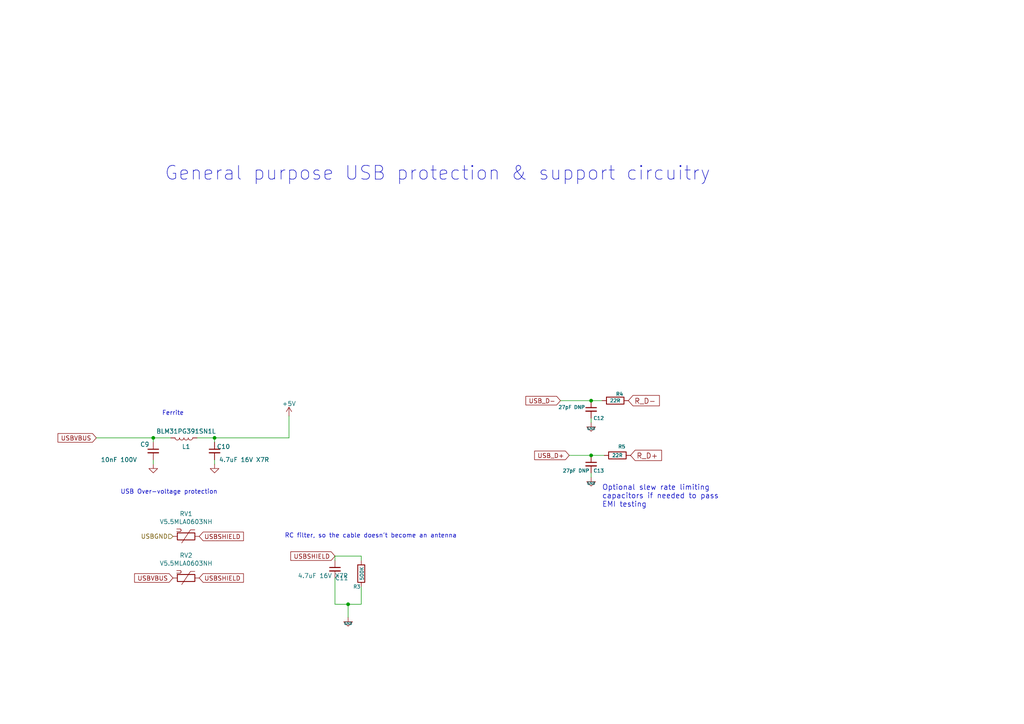
<source format=kicad_sch>
(kicad_sch (version 20211123) (generator eeschema)
  (paper "A4")
  (title_block (date "2016-05-06") (company "Keyboardio"))
  (lib_symbols
    (symbol "Device:C_Small" (pin_numbers hide) (pin_names (offset 0.254) hide)
      (property "Reference" "C" (at 0.254 1.778 0))
      (property "Value" "C_Small" (at 0.254 -2.032 0))
      (symbol "C_Small_0_1"
        (polyline (pts (xy -1.524 -0.508) (xy 1.524 -0.508)) (stroke (width 0.3302)))
        (polyline (pts (xy -1.524 0.508) (xy 1.524 0.508)) (stroke (width 0.3048)))
      )
      (symbol "C_Small_1_1"
        (pin passive line (at 0 2.54 270) (length 2.032) (name "~") (number "1"))
        (pin passive line (at 0 -2.54 90) (length 2.032) (name "~") (number "2"))
      )
    )
    (symbol "Device:L" (pin_numbers hide) (pin_names (offset 1.016) hide)
      (property "Reference" "L" (at -1.27 0 90))
      (property "Value" "L" (at 1.905 0 90))
      (symbol "L_0_1"
        (arc (start 0 -2.54) (mid 0.635 -1.905) (end 0 -1.27))
        (arc (start 0 -1.27) (mid 0.635 -0.635) (end 0 0))
        (arc (start 0 0) (mid 0.635 0.635) (end 0 1.27))
        (arc (start 0 1.27) (mid 0.635 1.905) (end 0 2.54))
      )
      (symbol "L_1_1"
        (pin passive line (at 0 3.81 270) (length 1.27) (name "1") (number "1"))
        (pin passive line (at 0 -3.81 90) (length 1.27) (name "2") (number "2"))
      )
    )
    (symbol "Device:R" (pin_numbers hide) (pin_names (offset 0))
      (property "Reference" "R" (at 2.032 0 90))
      (property "Value" "R" (at 0 0 90))
      (symbol "R_0_1"
        (rectangle (start -1.016 -2.54) (end 1.016 2.54) (stroke (width 0.254)))
      )
      (symbol "R_1_1"
        (pin passive line (at 0 3.81 270) (length 1.27) (name "~") (number "1"))
        (pin passive line (at 0 -3.81 90) (length 1.27) (name "~") (number "2"))
      )
    )
    (symbol "Device:Varistor" (pin_numbers hide) (pin_names (offset 0))
      (property "Reference" "RV" (at 3.175 0 90))
      (property "Value" "Varistor" (at -3.175 0 90))
      (symbol "Varistor_0_0"
        (text "U" (at -1.778 -2.032 0) (effects (font (size 1.27 1.27))))
      )
      (symbol "Varistor_0_1"
        (rectangle (start -1.016 -2.54) (end 1.016 2.54) (stroke (width 0.254)))
        (polyline (pts (xy -1.905 2.54) (xy -1.905 1.27) (xy 1.905 -1.27)))
      )
      (symbol "Varistor_1_1"
        (pin passive line (at 0 3.81 270) (length 1.27) (name "~") (number "1"))
        (pin passive line (at 0 -3.81 90) (length 1.27) (name "~") (number "2"))
      )
    )
    (symbol "power:+5V" (power) (pin_names (offset 0))
      (property "Value" "+5V" (at 0 3.556 0))
      (symbol "+5V_0_1"
        (polyline (pts (xy -0.762 1.27) (xy 0 2.54)))
        (polyline (pts (xy 0 0) (xy 0 2.54)))
        (polyline (pts (xy 0 2.54) (xy 0.762 1.27)))
      )
      (symbol "+5V_1_1"
        (pin power_in line (at 0 0 90) (length 0) hide (name "+5V") (number "1"))
      )
    )
    (symbol "power:GND" (power) (pin_names (offset 0))
      (property "Value" "GND" (at 0 -3.81 0))
      (symbol "GND_0_1"
        (polyline (pts (xy 0 0) (xy 0 -1.27) (xy 1.27 -1.27) (xy 0 -2.54) (xy -1.27 -1.27) (xy 0 -1.27)))
      )
      (symbol "GND_1_1"
        (pin power_in line (at 0 0 270) (length 0) hide (name "GND") (number "1"))
      )
    )
  )
  (junction (at 100.965 175.26))
  (junction (at 171.45 116.205))
  (junction (at 171.45 132.08))
  (junction (at 62.23 127))
  (junction (at 44.45 127))
  (wire (pts (xy 171.45 116.205) (xy 174.625 116.205)))
  (wire (pts (xy 104.775 175.26) (xy 100.965 175.26)))
  (wire (pts (xy 57.15 127) (xy 62.23 127)))
  (wire (pts (xy 104.775 161.29) (xy 97.155 161.29)))
  (wire (pts (xy 97.155 161.29) (xy 97.155 162.56)))
  (wire (pts (xy 62.23 128.27) (xy 62.23 127)))
  (wire (pts (xy 100.965 179.07) (xy 100.965 175.26)))
  (wire (pts (xy 162.56 116.205) (xy 171.45 116.205)))
  (wire (pts (xy 62.23 127) (xy 83.82 127)))
  (wire (pts (xy 171.45 137.16) (xy 171.45 138.43)))
  (wire (pts (xy 165.1 132.08) (xy 171.45 132.08)))
  (wire (pts (xy 62.23 133.35) (xy 62.23 134.62)))
  (wire (pts (xy 44.45 127) (xy 49.53 127)))
  (wire (pts (xy 44.45 134.62) (xy 44.45 133.35)))
  (wire (pts (xy 104.775 162.56) (xy 104.775 161.29)))
  (wire (pts (xy 44.45 127) (xy 44.45 128.27)))
  (wire (pts (xy 104.775 175.26) (xy 104.775 170.18)))
  (wire (pts (xy 97.155 167.64) (xy 97.155 175.26)))
  (wire (pts (xy 171.45 132.08) (xy 175.26 132.08)))
  (wire (pts (xy 100.965 175.26) (xy 97.155 175.26)))
  (wire (pts (xy 83.82 127) (xy 83.82 120.65)))
  (wire (pts (xy 27.94 127) (xy 44.45 127)))
  (wire (pts (xy 171.45 121.285) (xy 171.45 122.555)))
  (text "USB Over-voltage protection" (at 34.925 143.51 0) (effects (font (size 1.27 1.27)) (justify left bottom)))
  (text "General purpose USB protection & support circuitry" (at 47.625 52.705 0) (effects (font (size 3.9878 3.9878)) (justify left bottom)))
  (text "RC filter, so the cable doesn't become an antenna\n" (at 82.55 156.21 0) (effects (font (size 1.27 1.27)) (justify left bottom)))
  (text "Ferrite" (at 46.99 120.65 0) (effects (font (size 1.27 1.27)) (justify left bottom)))
  (text "Optional slew rate limiting\ncapacitors if needed to pass\nEMI testing" (at 174.625 147.32 0) (effects (font (size 1.524 1.524)) (justify left bottom)))
  (global_label "USBSHIELD" (shape input) (at 57.785 167.64 0) (property "Intersheet References" "${INTERSHEET_REFS}" (effects hide)))
  (global_label "USBVBUS" (shape input) (at 50.165 167.64 180) (property "Intersheet References" "${INTERSHEET_REFS}" (effects hide)))
  (global_label "USB_D-" (shape input) (at 162.56 116.205 180) (property "Intersheet References" "${INTERSHEET_REFS}" (effects hide)))
  (global_label "USBSHIELD" (shape input) (at 57.785 155.575 0) (property "Intersheet References" "${INTERSHEET_REFS}" (effects hide)))
  (global_label "R_D-" (shape input) (at 182.245 116.205 0) (effects (font (size 1.524 1.524))) (property "Intersheet References" "${INTERSHEET_REFS}" (effects hide)))
  (global_label "USB_D+" (shape input) (at 165.1 132.08 180) (property "Intersheet References" "${INTERSHEET_REFS}" (effects hide)))
  (global_label "USBVBUS" (shape input) (at 27.94 127 180) (property "Intersheet References" "${INTERSHEET_REFS}" (effects hide)))
  (global_label "R_D+" (shape input) (at 182.88 132.08 0) (effects (font (size 1.524 1.524))) (property "Intersheet References" "${INTERSHEET_REFS}" (effects hide)))
  (global_label "USBSHIELD" (shape input) (at 97.155 161.29 180) (property "Intersheet References" "${INTERSHEET_REFS}" (effects hide)))
  (hierarchical_label "USBGND" (shape input) (at 50.165 155.575 180))
  (symbol (lib_id "Device:L") (at 53.34 127 270) (unit 1)
    (property "Reference" "L1" (at 53.975 129.54 90))
    (property "Value" "BLM31PG391SN1L" (at 53.975 125.095 90))
    (property "Footprint" "Resistor_SMD:R_1206_3216Metric" (effects hide))
    (property "Datasheet" "http://search.murata.co.jp/Ceramy/image/img/PDF/ENG/L0110S0100BLM31P.pdf" (effects hide))
    (property "DigiKey" "490-5229-2-ND" (effects hide))
    (property "Manufacturer" "Murata" (effects hide))
    (property "Description" "FERRITE CHIP 390 OHM 2000MA 1206" (effects hide))
    (property "MPN" "BLM31PG391SN1L" (effects hide))
    (property "Seeed Part Num" "BLM31PG391SN1L" (effects hide))
    (property "LCSC" "C88995" (effects hide))
  )
  (symbol (lib_id "Device:R") (at 178.435 116.205 90) (mirror x) (unit 1)
    (property "Reference" "R4" (at 179.705 114.3 90) (effects (font (size 1.016 1.016))))
    (property "Value" "22R" (at 178.435 116.205 90) (effects (font (size 1.016 1.016))))
    (property "Footprint" "Resistor_SMD:R_0603_1608Metric" (effects hide))
    (property "Datasheet" "http://www.yageo.com/documents/recent/PYu-RC_Group_51_RoHS_L_9.pdf" (effects hide))
    (property "DigiKey" "311-22.0HRTR-ND" (effects hide))
    (property "MPN" "RC0603FR-0722RL" (effects hide))
    (property "Manufacturer" "Yaego" (effects hide))
    (property "Description" "RES SMD 22 OHM 1% 1/10W 0603" (effects hide))
    (property "Seeed Part Num" "RC0603FR-0722RL	" (effects hide))
    (property "LCSC" "C107701" (effects hide))
  )
  (symbol (lib_id "Device:R") (at 179.07 132.08 90) (mirror x) (unit 1)
    (property "Reference" "R5" (at 180.34 129.54 90) (effects (font (size 1.016 1.016))))
    (property "Value" "22R" (at 179.07 132.08 90) (effects (font (size 1.016 1.016))))
    (property "Footprint" "Resistor_SMD:R_0603_1608Metric" (effects hide))
    (property "Datasheet" "http://www.yageo.com/documents/recent/PYu-RC_Group_51_RoHS_L_9.pdf" (effects hide))
    (property "Description" "RES SMD 22 OHM 1% 1/10W 0603" (effects hide))
    (property "Manufacturer" "Yaego" (effects hide))
    (property "MPN" "RC0603FR-0722RL" (effects hide))
    (property "DigiKey" "311-22.0HRTR-ND" (effects hide))
    (property "Seeed Part Num" "RC0603FR-0722RL	" (effects hide))
    (property "LCSC" "C107701" (effects hide))
  )
  (symbol (lib_id "power:GND") (at 44.45 134.62 0) (unit 1)
    (property "Reference" "#PWR0119" (effects hide))
    (property "Value" "GND" (effects hide))
  )
  (symbol (lib_id "power:GND") (at 62.23 134.62 0) (unit 1)
    (property "Reference" "#PWR0118" (effects hide))
    (property "Value" "GND" (effects hide))
  )
  (symbol (lib_id "power:+5V") (at 83.82 120.65 0) (unit 1)
    (property "Reference" "#PWR0116" (effects hide))
    (property "Value" "+5V" (at 83.82 117.094 0))
  )
  (symbol (lib_id "Device:C_Small") (at 44.45 130.81 0) (unit 1)
    (property "Reference" "C9" (at 40.64 128.905 0) (effects (justify left)))
    (property "Value" "10nF 100V" (at 29.21 133.35 0) (effects (justify left)))
    (property "Footprint" "Capacitor_SMD:C_0805_2012Metric" (effects hide))
    (property "Datasheet" "http://www.yageo.com/documents/recent/UPY-GPHC_X7R_6.3V-to-50V_18.pdf" (effects hide))
    (property "DigiKey" "311-1883-2-ND" (effects hide))
    (property "MPN" "CC0805KKX7R7BB475" (effects hide))
    (property "Manufacturer" "Yaego" (effects hide))
    (property "Description" "CAP CER 4.7UF 16V X7R 0805" (effects hide))
    (property "Seeed Part Num" "CL21B475KOFNNNE" (effects hide))
    (property "LCSC" "C277499" (effects hide))
  )
  (symbol (lib_id "power:GND") (at 100.965 179.07 0) (unit 1)
    (property "Reference" "#PWR0117" (effects hide))
    (property "Value" "VSS" (at 100.965 180.848 0) (effects (font (size 0.762 0.762))))
  )
  (symbol (lib_id "Device:R") (at 104.775 166.37 0) (unit 1)
    (property "Reference" "R3" (at 103.505 170.18 0) (effects (font (size 1.016 1.016))))
    (property "Value" "500K" (at 104.9528 166.3446 90) (effects (font (size 1.016 1.016))))
    (property "Footprint" "Resistor_SMD:R_0603_1608Metric" (effects hide))
    (property "Datasheet" "http://www.yageo.com/documents/recent/PYu-RC_Group_51_RoHS_L_10.pdf" (effects hide))
    (property "Description" "RES SMD 499K OHM 1% 1/10W 0603" (effects hide))
    (property "DigiKey" "311-499KHRTR-ND" (effects hide))
    (property "MPN" "RC0603FR-07499KL" (effects hide))
    (property "Manufacturer" "Yaego" (effects hide))
    (property "Seeed Part Num" "RC0603FR-07499KL	" (effects hide))
    (property "LCSC" "C131054" (effects hide))
  )
  (symbol (lib_id "Device:C_Small") (at 97.155 165.1 0) (unit 1)
    (property "Reference" "C11" (at 97.155 167.64 0) (effects (justify left)))
    (property "Value" "4.7uF 16V X7R" (at 86.36 167.005 0) (effects (justify left)))
    (property "Footprint" "Capacitor_SMD:C_0805_2012Metric" (effects hide))
    (property "Datasheet" "http://www.yageo.com/documents/recent/UPY-NP0X7R_MV_100-to-630V_21.pdf" (effects hide))
    (property "DigiKey" "311-1475-1-ND" (effects hide))
    (property "MPN" "CC0805KRX7R0BB103" (effects hide))
    (property "Manufacturer" "Yaego" (effects hide))
    (property "Description" "CAP CER 10000PF 100V X7R 0805" (effects hide))
    (property "Seeed Part Num" "GCM21BR72A104KA37L	" (effects hide))
    (property "LCSC" "C107135" (effects hide))
  )
  (symbol (lib_id "Device:C_Small") (at 62.23 130.81 0) (unit 1)
    (property "Reference" "C10" (at 62.865 129.54 0) (effects (justify left)))
    (property "Value" "4.7uF 16V X7R" (at 63.5 133.35 0) (effects (justify left)))
    (property "Footprint" "Capacitor_SMD:C_0805_2012Metric" (effects hide))
    (property "Datasheet" "http://www.yageo.com/documents/recent/UPY-GPHC_X7R_6.3V-to-50V_18.pdf" (effects hide))
    (property "DigiKey" "311-1883-2-ND" (effects hide))
    (property "MPN" "CC0805KKX7R7BB475" (effects hide))
    (property "Manufacturer" "Yaego" (effects hide))
    (property "Description" "CAP CER 4.7UF 16V X7R 0805" (effects hide))
    (property "Seeed Part Num" "CL21B475KOFNNNE" (effects hide))
    (property "LCSC" "C277499" (effects hide))
  )
  (symbol (lib_id "power:GND") (at 171.45 122.555 0) (unit 1)
    (property "Reference" "#PWR0114" (effects hide))
    (property "Value" "VSS" (at 171.45 124.333 0) (effects (font (size 0.762 0.762))))
  )
  (symbol (lib_id "Device:Varistor") (at 53.975 155.575 270) (unit 1)
    (property "Reference" "RV1" (at 53.975 149.0218 90))
    (property "Value" "V5.5MLA0603NH" (at 53.975 151.3332 90))
    (property "Footprint" "Resistor_SMD:R_0603_1608Metric" (effects hide))
    (property "Datasheet" "https://www.littelfuse.com/~/media/electronics/datasheets/varistors/littelfuse_varistor_mla_datasheet.pdf.pdf" (effects hide))
    (property "Manufacturer" "Littelfuse" (effects hide))
    (property "Description" "VARISTOR 8.2V 30A 0603" (effects hide))
    (property "DigiKey" "F3363CT-ND" (effects hide))
    (property "MPN" "V5.5MLA0603NH" (effects hide))
    (property "LCSC" "C118414" (effects hide))
  )
  (symbol (lib_id "Device:Varistor") (at 53.975 167.64 270) (unit 1)
    (property "Reference" "RV2" (at 53.975 161.0868 90))
    (property "Value" "V5.5MLA0603NH" (at 53.975 163.3982 90))
    (property "Footprint" "Resistor_SMD:R_0603_1608Metric" (effects hide))
    (property "Datasheet" "https://www.littelfuse.com/~/media/electronics/datasheets/varistors/littelfuse_varistor_mla_datasheet.pdf.pdf" (effects hide))
    (property "Manufacturer" "Littelfuse" (effects hide))
    (property "Description" "VARISTOR 8.2V 30A 0603" (effects hide))
    (property "DigiKey" "F3363CT-ND" (effects hide))
    (property "MPN" "V5.5MLA0603NH" (effects hide))
    (property "LCSC" "C118414" (effects hide))
  )
  (symbol (lib_id "Device:C_Small") (at 171.45 134.62 0) (unit 1)
    (property "Reference" "C13" (at 172.085 136.525 0) (effects (font (size 1.016 1.016)) (justify left)))
    (property "Value" "27pF DNP" (at 163.195 136.525 0) (effects (font (size 1.016 1.016)) (justify left)))
    (property "Footprint" "Capacitor_SMD:C_0603_1608Metric" (effects hide))
    (property "Datasheet" "http://www.yageo.com/documents/recent/UPY-GP_NP0_16V-to-50V_16.pdf" (effects hide))
    (property "MPN" "CC0603JRNPO9BN270" (effects hide))
    (property "Description" "CAP CER 27PF 50V C0G/NP0 0603" (effects hide))
    (property "DigiKey" "311-1063-1-ND" (effects hide))
    (property "Manufacturer" "Yaego" (effects hide))
    (property "Seeed Part Num" "CC0603JRNPO9BN270	" (effects hide))
    (property "LCSC" "C107045" (effects hide))
  )
  (symbol (lib_id "power:GND") (at 171.45 138.43 0) (unit 1)
    (property "Reference" "#PWR0115" (effects hide))
    (property "Value" "VSS" (at 171.45 140.208 0) (effects (font (size 0.762 0.762))))
  )
  (symbol (lib_id "Device:C_Small") (at 171.45 118.745 0) (unit 1)
    (property "Reference" "C12" (at 172.085 121.285 0) (effects (font (size 1.016 1.016)) (justify left)))
    (property "Value" "27pF DNP" (at 161.925 118.11 0) (effects (font (size 1.016 1.016)) (justify left)))
    (property "Footprint" "Capacitor_SMD:C_0603_1608Metric" (effects hide))
    (property "Datasheet" "http://www.yageo.com/documents/recent/UPY-GP_NP0_16V-to-50V_16.pdf" (effects hide))
    (property "MPN" "CC0603JRNPO9BN270" (effects hide))
    (property "Description" "CAP CER 27PF 50V C0G/NP0 0603" (effects hide))
    (property "DigiKey" "311-1063-1-ND" (effects hide))
    (property "Manufacturer" "Yaego" (effects hide))
    (property "Seeed Part Num" "CC0603JRNPO9BN270	" (effects hide))
    (property "LCSC" "C107045" (effects hide))
  )
)
</source>
